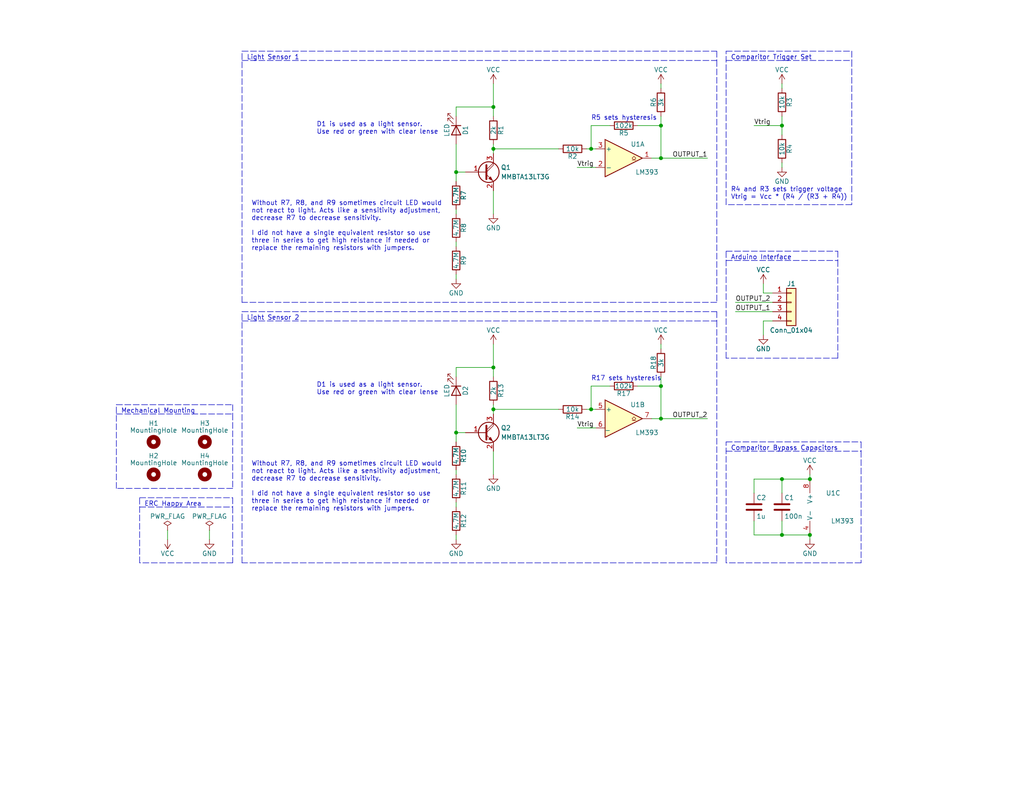
<source format=kicad_sch>
(kicad_sch (version 20211123) (generator eeschema)
  (paper "A")
  (title_block (title "Shutter Timming Sensor") (date "2022-02-28") (rev "A") (company "erry Leumas") (comment 1 "Shutter Sensor for 35mm Camera") (comment 2 "Dual horizontal sensors for shutter curtain timing") (comment 3 "Sensor to interface with Arduino or similar") (comment 4 "Vcc is expected to be 4.5V to 5.5V or Arduino supply"))
  (lib_symbols
    (symbol "Comparator:LM393" (pin_names (offset 0.127))
      (property "Reference" "U" (at 3.81 3.81 0))
      (property "Value" "LM393" (at 6.35 -3.81 0))
      (symbol "LM393_1_1"
        (polyline (pts (xy -5.08 5.08) (xy 5.08 0) (xy -5.08 -5.08) (xy -5.08 5.08)) (stroke (width 0.254)) (fill (type background)))
        (polyline (pts (xy 3.302 -0.508) (xy 2.794 -0.508) (xy 3.302 0) (xy 2.794 0.508) (xy 2.286 0) (xy 2.794 -0.508) (xy 2.286 -0.508)) (stroke (width 0.127)))
        (pin open_collector line (at 7.62 0 180) (length 2.54) (name "~") (number "1"))
        (pin input line (at -7.62 -2.54 0) (length 2.54) (name "-") (number "2"))
        (pin input line (at -7.62 2.54 0) (length 2.54) (name "+") (number "3"))
      )
      (symbol "LM393_2_1"
        (polyline (pts (xy -5.08 5.08) (xy 5.08 0) (xy -5.08 -5.08) (xy -5.08 5.08)) (stroke (width 0.254)) (fill (type background)))
        (polyline (pts (xy 3.302 -0.508) (xy 2.794 -0.508) (xy 3.302 0) (xy 2.794 0.508) (xy 2.286 0) (xy 2.794 -0.508) (xy 2.286 -0.508)) (stroke (width 0.127)))
        (pin input line (at -7.62 2.54 0) (length 2.54) (name "+") (number "5"))
        (pin input line (at -7.62 -2.54 0) (length 2.54) (name "_") (number "6"))
        (pin open_collector line (at 7.62 0 180) (length 2.54) (name "~") (number "7"))
      )
      (symbol "LM393_3_1"
        (pin power_in line (at -2.54 -7.62 90) (length 3.81) (name "V-") (number "4"))
        (pin power_in line (at -2.54 7.62 270) (length 3.81) (name "V+") (number "8"))
      )
    )
    (symbol "Connector_Generic:Conn_01x04" (pin_names (offset 1.016) hide)
      (property "Reference" "J" (at 0 5.08 0))
      (property "Value" "Conn_01x04" (at 0 -7.62 0))
      (symbol "Conn_01x04_1_1"
        (rectangle (start -1.27 -4.953) (end 0 -5.207) (stroke (width 0.1524)))
        (rectangle (start -1.27 -2.413) (end 0 -2.667) (stroke (width 0.1524)))
        (rectangle (start -1.27 0.127) (end 0 -0.127) (stroke (width 0.1524)))
        (rectangle (start -1.27 2.667) (end 0 2.413) (stroke (width 0.1524)))
        (rectangle (start -1.27 3.81) (end 1.27 -6.35) (stroke (width 0.254)) (fill (type background)))
        (pin passive line (at -5.08 2.54 0) (length 3.81) (name "Pin_1") (number "1"))
        (pin passive line (at -5.08 0 0) (length 3.81) (name "Pin_2") (number "2"))
        (pin passive line (at -5.08 -2.54 0) (length 3.81) (name "Pin_3") (number "3"))
        (pin passive line (at -5.08 -5.08 0) (length 3.81) (name "Pin_4") (number "4"))
      )
    )
    (symbol "Device:C" (pin_numbers hide) (pin_names (offset 0.254))
      (property "Reference" "C" (at 0.635 2.54 0))
      (property "Value" "C" (at 0.635 -2.54 0))
      (symbol "C_0_1"
        (polyline (pts (xy -2.032 -0.762) (xy 2.032 -0.762)) (stroke (width 0.508)))
        (polyline (pts (xy -2.032 0.762) (xy 2.032 0.762)) (stroke (width 0.508)))
      )
      (symbol "C_1_1"
        (pin passive line (at 0 3.81 270) (length 2.794) (name "~") (number "1"))
        (pin passive line (at 0 -3.81 90) (length 2.794) (name "~") (number "2"))
      )
    )
    (symbol "Device:LED" (pin_numbers hide) (pin_names (offset 1.016) hide)
      (property "Reference" "D" (at 0 2.54 0))
      (property "Value" "LED" (at 0 -2.54 0))
      (symbol "LED_0_1"
        (polyline (pts (xy -1.27 -1.27) (xy -1.27 1.27)) (stroke (width 0.254)))
        (polyline (pts (xy -1.27 0) (xy 1.27 0)))
        (polyline (pts (xy 1.27 -1.27) (xy 1.27 1.27) (xy -1.27 0) (xy 1.27 -1.27)) (stroke (width 0.254)))
        (polyline (pts (xy -3.048 -0.762) (xy -4.572 -2.286) (xy -3.81 -2.286) (xy -4.572 -2.286) (xy -4.572 -1.524)))
        (polyline (pts (xy -1.778 -0.762) (xy -3.302 -2.286) (xy -2.54 -2.286) (xy -3.302 -2.286) (xy -3.302 -1.524)))
      )
      (symbol "LED_1_1"
        (pin passive line (at -3.81 0 0) (length 2.54) (name "K") (number "1"))
        (pin passive line (at 3.81 0 180) (length 2.54) (name "A") (number "2"))
      )
    )
    (symbol "Device:Q_NPN_Darlington_BEC" (pin_names (offset 0) hide)
      (property "Reference" "Q" (at 4.572 1.27 0))
      (property "Value" "Q_NPN_Darlington_BEC" (at 4.572 -1.27 0))
      (symbol "Q_NPN_Darlington_BEC_0_1"
        (polyline (pts (xy 0.635 0.635) (xy 2.54 2.54)))
        (polyline (pts (xy 0.635 -0.635) (xy 2.54 -2.54) (xy 2.54 -2.54)))
        (polyline (pts (xy 0.635 0) (xy 2.54 1.905) (xy 2.54 2.54)))
        (polyline (pts (xy 0.635 1.905) (xy 0.635 -1.905) (xy 0.635 -1.905)) (stroke (width 0.508)))
        (polyline (pts (xy 1.27 -1.778) (xy 1.778 -1.27) (xy 2.286 -2.286) (xy 1.27 -1.778) (xy 1.27 -1.778)) (fill (type outline)))
        (circle (center 1.27 0) (radius 2.8194) (stroke (width 0.254)))
      )
      (symbol "Q_NPN_Darlington_BEC_1_1"
        (pin input line (at -5.08 0 0) (length 5.715) (name "B") (number "1"))
        (pin passive line (at 2.54 -5.08 90) (length 2.54) (name "E") (number "2"))
        (pin passive line (at 2.54 5.08 270) (length 2.54) (name "C") (number "3"))
      )
    )
    (symbol "Device:R" (pin_numbers hide) (pin_names (offset 0))
      (property "Reference" "R" (at 2.032 0 90))
      (property "Value" "R" (at 0 0 90))
      (symbol "R_0_1"
        (rectangle (start -1.016 -2.54) (end 1.016 2.54) (stroke (width 0.254)))
      )
      (symbol "R_1_1"
        (pin passive line (at 0 3.81 270) (length 1.27) (name "~") (number "1"))
        (pin passive line (at 0 -3.81 90) (length 1.27) (name "~") (number "2"))
      )
    )
    (symbol "Mechanical:MountingHole" (pin_names (offset 1.016))
      (property "Reference" "H" (at 0 5.08 0))
      (property "Value" "MountingHole" (at 0 3.175 0))
      (symbol "MountingHole_0_1"
        (circle (center 0 0) (radius 1.27) (stroke (width 1.27)))
      )
    )
    (symbol "power:GND" (power) (pin_names (offset 0))
      (property "Value" "GND" (at 0 -3.81 0))
      (symbol "GND_0_1"
        (polyline (pts (xy 0 0) (xy 0 -1.27) (xy 1.27 -1.27) (xy 0 -2.54) (xy -1.27 -1.27) (xy 0 -1.27)))
      )
      (symbol "GND_1_1"
        (pin power_in line (at 0 0 270) (length 0) hide (name "GND") (number "1"))
      )
    )
    (symbol "power:PWR_FLAG" (power) (pin_numbers hide) (pin_names (offset 0) hide)
      (property "Value" "PWR_FLAG" (at 0 3.81 0))
      (symbol "PWR_FLAG_0_0"
        (pin power_out line (at 0 0 90) (length 0) (name "pwr") (number "1"))
      )
      (symbol "PWR_FLAG_0_1"
        (polyline (pts (xy 0 0) (xy 0 1.27) (xy -1.016 1.905) (xy 0 2.54) (xy 1.016 1.905) (xy 0 1.27)))
      )
    )
    (symbol "power:VCC" (power) (pin_names (offset 0))
      (property "Value" "VCC" (at 0 3.81 0))
      (symbol "VCC_0_1"
        (polyline (pts (xy -0.762 1.27) (xy 0 2.54)))
        (polyline (pts (xy 0 0) (xy 0 2.54)))
        (polyline (pts (xy 0 2.54) (xy 0.762 1.27)))
      )
      (symbol "VCC_1_1"
        (pin power_in line (at 0 0 90) (length 0) hide (name "VCC") (number "1"))
      )
    )
  )
  (junction (at 134.62 111.76))
  (junction (at 180.34 43.18))
  (junction (at 180.34 114.3))
  (junction (at 124.46 118.11))
  (junction (at 220.98 130.81))
  (junction (at 213.36 146.05))
  (junction (at 134.62 40.64))
  (junction (at 180.34 105.41))
  (junction (at 180.34 34.29))
  (junction (at 124.46 46.99))
  (junction (at 220.98 146.05))
  (junction (at 161.29 111.76))
  (junction (at 134.62 29.21))
  (junction (at 161.29 40.64))
  (junction (at 213.36 34.29))
  (junction (at 134.62 100.33))
  (junction (at 213.36 130.81))
  (polyline (pts (xy 66.04 87.63) (xy 195.58 87.63)))
  (wire (pts (xy 134.62 39.37) (xy 134.62 40.64)))
  (wire (pts (xy 208.28 77.47) (xy 208.28 80.01)))
  (wire (pts (xy 210.82 85.09) (xy 200.66 85.09)))
  (wire (pts (xy 134.62 102.87) (xy 134.62 100.33)))
  (wire (pts (xy 161.29 40.64) (xy 161.29 34.29)))
  (wire (pts (xy 208.28 87.63) (xy 208.28 91.44)))
  (polyline (pts (xy 195.58 87.63) (xy 195.58 153.67)))
  (wire (pts (xy 124.46 29.21) (xy 124.46 31.75)))
  (polyline (pts (xy 31.75 110.49) (xy 63.5 110.49)))
  (polyline (pts (xy 228.6 97.79) (xy 198.12 97.79)))
  (wire (pts (xy 124.46 39.37) (xy 124.46 46.99)))
  (polyline (pts (xy 66.04 16.51) (xy 195.58 16.51)))
  (polyline (pts (xy 198.12 55.88) (xy 198.12 13.97)))
  (wire (pts (xy 162.56 116.84) (xy 157.48 116.84)))
  (polyline (pts (xy 198.12 13.97) (xy 232.41 13.97)))
  (wire (pts (xy 205.74 130.81) (xy 213.36 130.81)))
  (wire (pts (xy 180.34 93.98) (xy 180.34 95.25)))
  (wire (pts (xy 173.99 34.29) (xy 180.34 34.29)))
  (wire (pts (xy 124.46 129.54) (xy 124.46 128.27)))
  (wire (pts (xy 124.46 137.16) (xy 124.46 138.43)))
  (wire (pts (xy 134.62 111.76) (xy 134.62 113.03)))
  (wire (pts (xy 134.62 100.33) (xy 124.46 100.33)))
  (polyline (pts (xy 63.5 138.43) (xy 63.5 153.67)))
  (wire (pts (xy 134.62 93.98) (xy 134.62 100.33)))
  (wire (pts (xy 161.29 34.29) (xy 166.37 34.29)))
  (polyline (pts (xy 232.41 55.88) (xy 198.12 55.88)))
  (wire (pts (xy 213.36 34.29) (xy 213.36 36.83)))
  (polyline (pts (xy 66.04 13.97) (xy 195.58 13.97)))
  (polyline (pts (xy 31.75 133.35) (xy 31.75 110.49)))
  (wire (pts (xy 205.74 146.05) (xy 213.36 146.05)))
  (wire (pts (xy 180.34 34.29) (xy 180.34 31.75)))
  (wire (pts (xy 173.99 105.41) (xy 180.34 105.41)))
  (polyline (pts (xy 234.95 153.67) (xy 198.12 153.67)))
  (wire (pts (xy 124.46 100.33) (xy 124.46 102.87)))
  (wire (pts (xy 205.74 142.24) (xy 205.74 146.05)))
  (wire (pts (xy 180.34 22.86) (xy 180.34 24.13)))
  (wire (pts (xy 45.72 147.32) (xy 45.72 144.78)))
  (wire (pts (xy 213.36 31.75) (xy 213.36 34.29)))
  (wire (pts (xy 161.29 111.76) (xy 161.29 105.41)))
  (polyline (pts (xy 31.75 113.03) (xy 63.5 113.03)))
  (wire (pts (xy 210.82 87.63) (xy 208.28 87.63)))
  (polyline (pts (xy 66.04 153.67) (xy 66.04 85.09)))
  (wire (pts (xy 162.56 40.64) (xy 161.29 40.64)))
  (wire (pts (xy 177.8 43.18) (xy 180.34 43.18)))
  (polyline (pts (xy 195.58 153.67) (xy 66.04 153.67)))
  (wire (pts (xy 180.34 114.3) (xy 180.34 105.41)))
  (wire (pts (xy 134.62 22.86) (xy 134.62 29.21)))
  (polyline (pts (xy 232.41 16.51) (xy 232.41 55.88)))
  (wire (pts (xy 177.8 114.3) (xy 180.34 114.3)))
  (polyline (pts (xy 195.58 82.55) (xy 66.04 82.55)))
  (wire (pts (xy 213.36 130.81) (xy 220.98 130.81)))
  (polyline (pts (xy 198.12 68.58) (xy 228.6 68.58)))
  (polyline (pts (xy 195.58 16.51) (xy 195.58 82.55)))
  (wire (pts (xy 213.36 34.29) (xy 205.74 34.29)))
  (wire (pts (xy 134.62 110.49) (xy 134.62 111.76)))
  (polyline (pts (xy 198.12 120.65) (xy 234.95 120.65)))
  (wire (pts (xy 180.34 114.3) (xy 193.04 114.3)))
  (polyline (pts (xy 234.95 123.19) (xy 234.95 153.67)))
  (wire (pts (xy 124.46 46.99) (xy 124.46 49.53)))
  (wire (pts (xy 134.62 129.54) (xy 134.62 123.19)))
  (polyline (pts (xy 198.12 123.19) (xy 234.95 123.19)))
  (wire (pts (xy 213.36 44.45) (xy 213.36 45.72)))
  (wire (pts (xy 134.62 58.42) (xy 134.62 52.07)))
  (polyline (pts (xy 63.5 113.03) (xy 63.5 133.35)))
  (polyline (pts (xy 198.12 71.12) (xy 228.6 71.12)))
  (wire (pts (xy 220.98 129.54) (xy 220.98 130.81)))
  (polyline (pts (xy 198.12 16.51) (xy 232.41 16.51)))
  (wire (pts (xy 205.74 134.62) (xy 205.74 130.81)))
  (wire (pts (xy 180.34 43.18) (xy 193.04 43.18)))
  (polyline (pts (xy 63.5 133.35) (xy 31.75 133.35)))
  (wire (pts (xy 180.34 105.41) (xy 180.34 102.87)))
  (polyline (pts (xy 66.04 85.09) (xy 195.58 85.09)))
  (polyline (pts (xy 228.6 71.12) (xy 228.6 97.79)))
  (wire (pts (xy 162.56 111.76) (xy 161.29 111.76)))
  (wire (pts (xy 162.56 45.72) (xy 157.48 45.72)))
  (polyline (pts (xy 228.6 68.58) (xy 228.6 71.12)))
  (wire (pts (xy 213.36 134.62) (xy 213.36 130.81)))
  (wire (pts (xy 124.46 58.42) (xy 124.46 57.15)))
  (wire (pts (xy 161.29 111.76) (xy 160.02 111.76)))
  (wire (pts (xy 213.36 146.05) (xy 220.98 146.05)))
  (wire (pts (xy 208.28 80.01) (xy 210.82 80.01)))
  (wire (pts (xy 124.46 118.11) (xy 127 118.11)))
  (wire (pts (xy 134.62 40.64) (xy 152.4 40.64)))
  (wire (pts (xy 161.29 105.41) (xy 166.37 105.41)))
  (wire (pts (xy 134.62 31.75) (xy 134.62 29.21)))
  (wire (pts (xy 134.62 29.21) (xy 124.46 29.21)))
  (wire (pts (xy 180.34 43.18) (xy 180.34 34.29)))
  (wire (pts (xy 134.62 111.76) (xy 152.4 111.76)))
  (polyline (pts (xy 38.1 153.67) (xy 38.1 135.89)))
  (wire (pts (xy 220.98 147.32) (xy 220.98 146.05)))
  (polyline (pts (xy 232.41 13.97) (xy 232.41 16.51)))
  (wire (pts (xy 134.62 40.64) (xy 134.62 41.91)))
  (polyline (pts (xy 66.04 82.55) (xy 66.04 13.97)))
  (polyline (pts (xy 195.58 85.09) (xy 195.58 87.63)))
  (wire (pts (xy 213.36 142.24) (xy 213.36 146.05)))
  (polyline (pts (xy 234.95 120.65) (xy 234.95 123.19)))
  (wire (pts (xy 124.46 66.04) (xy 124.46 67.31)))
  (polyline (pts (xy 198.12 153.67) (xy 198.12 120.65)))
  (polyline (pts (xy 63.5 135.89) (xy 63.5 138.43)))
  (wire (pts (xy 124.46 46.99) (xy 127 46.99)))
  (polyline (pts (xy 198.12 97.79) (xy 198.12 68.58)))
  (wire (pts (xy 124.46 110.49) (xy 124.46 118.11)))
  (wire (pts (xy 57.15 147.32) (xy 57.15 144.78)))
  (wire (pts (xy 213.36 22.86) (xy 213.36 24.13)))
  (wire (pts (xy 161.29 40.64) (xy 160.02 40.64)))
  (polyline (pts (xy 63.5 153.67) (xy 38.1 153.67)))
  (wire (pts (xy 124.46 118.11) (xy 124.46 120.65)))
  (polyline (pts (xy 38.1 138.43) (xy 63.5 138.43)))
  (polyline (pts (xy 195.58 13.97) (xy 195.58 16.51)))
  (wire (pts (xy 124.46 74.93) (xy 124.46 76.2)))
  (wire (pts (xy 124.46 146.05) (xy 124.46 147.32)))
  (polyline (pts (xy 63.5 110.49) (xy 63.5 113.03)))
  (polyline (pts (xy 38.1 135.89) (xy 63.5 135.89)))
  (wire (pts (xy 210.82 82.55) (xy 200.66 82.55)))
  (text "Arduino Interface" (at 199.39 71.12 0) (effects (font (size 1.27 1.27)) (justify left bottom)))
  (text "Light Sensor 1" (at 67.31 16.51 0) (effects (font (size 1.27 1.27)) (justify left bottom)))
  (text "Comparitor Trigger Set" (at 199.39 16.51 0) (effects (font (size 1.27 1.27)) (justify left bottom)))
  (text "Without R7, R8, and R9 sometimes circuit LED would \nnot react to light. Acts like a sensitivity adjustment,\ndecrease R7 to decrease sensitivity.\n\nI did not have a single equivalent resistor so use\nthree in series to get high reistance if needed or \nreplace the remaining resistors with jumpers." (at 68.58 68.58 0) (effects (font (size 1.27 1.27)) (justify left bottom)))
  (text "R4 and R3 sets trigger voltage\nVtrig = Vcc * (R4 / (R3 + R4))" (at 199.39 54.61 0) (effects (font (size 1.27 1.27)) (justify left bottom)))
  (text "Light Sensor 2" (at 67.31 87.63 0) (effects (font (size 1.27 1.27)) (justify left bottom)))
  (text "D1 is used as a light sensor.\nUse red or green with clear lense" (at 86.36 107.95 0) (effects (font (size 1.27 1.27)) (justify left bottom)))
  (text "D1 is used as a light sensor.\nUse red or green with clear lense" (at 86.36 36.83 0) (effects (font (size 1.27 1.27)) (justify left bottom)))
  (text "R17 sets hysteresis\n" (at 161.29 104.14 0) (effects (font (size 1.27 1.27)) (justify left bottom)))
  (text "Comparitor Bypass Capacitors" (at 199.39 123.19 0) (effects (font (size 1.27 1.27)) (justify left bottom)))
  (text "R5 sets hysteresis\n" (at 161.29 33.02 0) (effects (font (size 1.27 1.27)) (justify left bottom)))
  (text "Without R7, R8, and R9 sometimes circuit LED would \nnot react to light. Acts like a sensitivity adjustment,\ndecrease R7 to decrease sensitivity.\n\nI did not have a single equivalent resistor so use\nthree in series to get high reistance if needed or \nreplace the remaining resistors with jumpers." (at 68.58 139.7 0) (effects (font (size 1.27 1.27)) (justify left bottom)))
  (text "Mechanical Mounting" (at 33.02 113.03 0) (effects (font (size 1.27 1.27)) (justify left bottom)))
  (text "ERC Happy Area" (at 39.37 138.43 0) (effects (font (size 1.27 1.27)) (justify left bottom)))
  (label "OUTPUT_1" (at 200.66 85.09 0))
  (label "Vtrig" (at 157.48 45.72 0))
  (label "OUTPUT_2" (at 200.66 82.55 0))
  (label "OUTPUT_1" (at 193.04 43.18 180))
  (label "OUTPUT_2" (at 193.04 114.3 180))
  (label "Vtrig" (at 205.74 34.29 0))
  (label "Vtrig" (at 157.48 116.84 0))
  (symbol (lib_id "Device:LED") (at 124.46 35.56 270) (unit 1)
    (property "Reference" "D1" (at 127 35.56 0))
    (property "Value" "LED" (at 121.92 35.56 0))
    (property "Footprint" "LED_SMD:LED_0805_2012Metric_Pad1.15x1.40mm_HandSolder" (effects hide))
  )
  (symbol (lib_id "Device:R") (at 134.62 35.56 0) (unit 1)
    (property "Reference" "R1" (at 136.652 35.56 90))
    (property "Value" "2k" (at 134.62 35.56 90))
    (property "Footprint" "Resistor_SMD:R_0805_2012Metric_Pad1.20x1.40mm_HandSolder" (effects hide))
  )
  (symbol (lib_id "power:VCC") (at 134.62 22.86 0) (unit 1)
    (property "Reference" "#PWR03" (effects hide))
    (property "Value" "VCC" (at 134.62 19.05 0))
  )
  (symbol (lib_id "power:GND") (at 134.62 58.42 0) (unit 1)
    (property "Reference" "#PWR04" (effects hide))
    (property "Value" "GND" (at 134.62 62.23 0))
  )
  (symbol (lib_id "power:GND") (at 213.36 45.72 0) (unit 1)
    (property "Reference" "#PWR07" (effects hide))
    (property "Value" "GND" (at 213.36 49.53 0))
  )
  (symbol (lib_id "Device:Q_NPN_Darlington_BEC") (at 132.08 46.99 0) (unit 1)
    (property "Reference" "Q1" (at 136.652 45.72 0) (effects (justify left)))
    (property "Value" "MMBTA13LT3G" (at 136.652 48.26 0) (effects (justify left)))
    (property "Footprint" "Package_TO_SOT_SMD:SOT-23" (effects hide))
  )
  (symbol (lib_id "power:VCC") (at 45.72 147.32 180) (unit 1)
    (property "Reference" "#PWR0101" (effects hide))
    (property "Value" "VCC" (at 45.72 151.13 0))
  )
  (symbol (lib_id "power:GND") (at 57.15 147.32 0) (unit 1)
    (property "Reference" "#PWR0102" (effects hide))
    (property "Value" "GND" (at 57.15 151.13 0))
  )
  (symbol (lib_id "power:PWR_FLAG") (at 45.72 144.78 0) (unit 1)
    (property "Reference" "#FLG0101" (effects hide))
    (property "Value" "PWR_FLAG" (at 45.72 140.97 0))
  )
  (symbol (lib_id "power:PWR_FLAG") (at 57.15 144.78 0) (unit 1)
    (property "Reference" "#FLG0102" (effects hide))
    (property "Value" "PWR_FLAG" (at 57.15 140.97 0))
  )
  (symbol (lib_id "Mechanical:MountingHole") (at 41.91 120.65 0) (unit 1)
    (property "Reference" "H1" (at 41.91 115.57 0))
    (property "Value" "MountingHole" (at 41.91 117.475 0))
    (property "Footprint" "MountingHole:MountingHole_3.2mm_M3" (effects hide))
  )
  (symbol (lib_id "Mechanical:MountingHole") (at 55.88 120.65 0) (unit 1)
    (property "Reference" "H3" (at 55.88 115.57 0))
    (property "Value" "MountingHole" (at 55.88 117.475 0))
    (property "Footprint" "MountingHole:MountingHole_3.2mm_M3" (effects hide))
  )
  (symbol (lib_id "Mechanical:MountingHole") (at 41.91 129.54 0) (unit 1)
    (property "Reference" "H2" (at 41.91 124.46 0))
    (property "Value" "MountingHole" (at 41.91 126.365 0))
    (property "Footprint" "MountingHole:MountingHole_3.2mm_M3" (effects hide))
  )
  (symbol (lib_id "Mechanical:MountingHole") (at 55.88 129.54 0) (unit 1)
    (property "Reference" "H4" (at 55.88 124.46 0))
    (property "Value" "MountingHole" (at 55.88 126.365 0))
    (property "Footprint" "MountingHole:MountingHole_3.2mm_M3" (effects hide))
  )
  (symbol (lib_id "Comparator:LM393") (at 170.18 43.18 0) (unit 1)
    (property "Reference" "U1" (at 173.99 39.37 0))
    (property "Value" "LM393" (at 176.53 46.99 0))
    (property "Footprint" "Package_SO:SOP-8_3.9x4.9mm_P1.27mm" (effects hide))
    (property "Datasheet" "http://www.ti.com/lit/ds/symlink/lm393.pdf" (effects hide))
  )
  (symbol (lib_id "Comparator:LM393") (at 170.18 114.3 0) (unit 2)
    (property "Reference" "U1" (at 173.99 110.49 0))
    (property "Value" "LM393" (at 176.53 118.11 0))
    (property "Footprint" "Package_SO:SOP-8_3.9x4.9mm_P1.27mm" (effects hide))
    (property "Datasheet" "http://www.ti.com/lit/ds/symlink/lm393.pdf" (effects hide))
  )
  (symbol (lib_id "Comparator:LM393") (at 223.52 138.43 0) (unit 3)
    (property "Reference" "U1" (at 227.33 134.62 0))
    (property "Value" "LM393" (at 229.87 142.24 0))
    (property "Footprint" "Package_SO:SOP-8_3.9x4.9mm_P1.27mm" (effects hide))
    (property "Datasheet" "http://www.ti.com/lit/ds/symlink/lm393.pdf" (effects hide))
  )
  (symbol (lib_id "Device:R") (at 170.18 34.29 270) (unit 1)
    (property "Reference" "R5" (at 170.18 36.322 90))
    (property "Value" "102k" (at 170.18 34.29 90))
    (property "Footprint" "Resistor_SMD:R_0603_1608Metric_Pad0.98x0.95mm_HandSolder" (effects hide))
  )
  (symbol (lib_id "Device:R") (at 156.21 40.64 270) (unit 1)
    (property "Reference" "R2" (at 156.21 42.672 90))
    (property "Value" "10k" (at 156.21 40.64 90))
    (property "Footprint" "Resistor_SMD:R_0603_1608Metric_Pad0.98x0.95mm_HandSolder" (effects hide))
  )
  (symbol (lib_id "Device:R") (at 180.34 27.94 180) (unit 1)
    (property "Reference" "R6" (at 178.308 27.94 90))
    (property "Value" "3k" (at 180.34 27.94 90))
    (property "Footprint" "Resistor_SMD:R_0805_2012Metric_Pad1.20x1.40mm_HandSolder" (effects hide))
  )
  (symbol (lib_id "power:VCC") (at 180.34 22.86 0) (unit 1)
    (property "Reference" "#PWR0104" (effects hide))
    (property "Value" "VCC" (at 180.34 19.05 0))
  )
  (symbol (lib_id "Device:R") (at 124.46 53.34 0) (unit 1)
    (property "Reference" "R7" (at 126.492 53.34 90))
    (property "Value" "4.7M" (at 124.46 53.34 90))
    (property "Footprint" "Resistor_SMD:R_0603_1608Metric_Pad0.98x0.95mm_HandSolder" (effects hide))
  )
  (symbol (lib_id "Device:R") (at 213.36 40.64 0) (unit 1)
    (property "Reference" "R4" (at 215.392 40.64 90))
    (property "Value" "10k" (at 213.36 40.64 90))
    (property "Footprint" "Resistor_SMD:R_0603_1608Metric_Pad0.98x0.95mm_HandSolder" (effects hide))
  )
  (symbol (lib_id "Device:R") (at 213.36 27.94 0) (unit 1)
    (property "Reference" "R3" (at 215.392 27.94 90))
    (property "Value" "10k" (at 213.36 27.94 90))
    (property "Footprint" "Resistor_SMD:R_0603_1608Metric_Pad0.98x0.95mm_HandSolder" (effects hide))
  )
  (symbol (lib_id "power:VCC") (at 213.36 22.86 0) (unit 1)
    (property "Reference" "#PWR0105" (effects hide))
    (property "Value" "VCC" (at 213.36 19.05 0))
  )
  (symbol (lib_id "power:GND") (at 124.46 76.2 0) (unit 1)
    (property "Reference" "#PWR0103" (effects hide))
    (property "Value" "GND" (at 124.46 80.01 0))
  )
  (symbol (lib_id "power:VCC") (at 220.98 129.54 0) (unit 1)
    (property "Reference" "#PWR0106" (effects hide))
    (property "Value" "VCC" (at 220.98 125.73 0))
  )
  (symbol (lib_id "power:GND") (at 220.98 147.32 0) (unit 1)
    (property "Reference" "#PWR0107" (effects hide))
    (property "Value" "GND" (at 220.98 151.13 0))
  )
  (symbol (lib_id "Device:C") (at 213.36 138.43 0) (unit 1)
    (property "Reference" "C1" (at 213.995 135.89 0) (effects (justify left)))
    (property "Value" "100n" (at 213.995 140.97 0) (effects (justify left)))
    (property "Footprint" "Capacitor_SMD:C_0805_2012Metric_Pad1.18x1.45mm_HandSolder" (effects hide))
  )
  (symbol (lib_id "Connector_Generic:Conn_01x04") (at 215.9 82.55 0) (unit 1)
    (property "Reference" "J1" (at 215.9 77.47 0))
    (property "Value" "Conn_01x04" (at 215.9 90.17 0))
    (property "Footprint" "Connector_PinHeader_2.54mm:PinHeader_1x04_P2.54mm_Vertical" (effects hide))
  )
  (symbol (lib_id "power:VCC") (at 208.28 77.47 0) (unit 1)
    (property "Reference" "#PWR02" (effects hide))
    (property "Value" "VCC" (at 208.28 73.66 0))
  )
  (symbol (lib_id "power:GND") (at 208.28 91.44 0) (unit 1)
    (property "Reference" "#PWR05" (effects hide))
    (property "Value" "GND" (at 208.28 95.25 0))
  )
  (symbol (lib_id "Device:C") (at 205.74 138.43 0) (unit 1)
    (property "Reference" "C2" (at 206.375 135.89 0) (effects (justify left)))
    (property "Value" "1u" (at 206.375 140.97 0) (effects (justify left)))
    (property "Footprint" "Capacitor_SMD:C_0805_2012Metric_Pad1.18x1.45mm_HandSolder" (effects hide))
  )
  (symbol (lib_id "Device:R") (at 124.46 71.12 0) (unit 1)
    (property "Reference" "R9" (at 126.492 71.12 90))
    (property "Value" "4.7M" (at 124.46 71.12 90))
    (property "Footprint" "Resistor_SMD:R_0603_1608Metric_Pad0.98x0.95mm_HandSolder" (effects hide))
  )
  (symbol (lib_id "Device:R") (at 124.46 62.23 0) (unit 1)
    (property "Reference" "R8" (at 126.492 62.23 90))
    (property "Value" "4.7M" (at 124.46 62.23 90))
    (property "Footprint" "Resistor_SMD:R_0603_1608Metric_Pad0.98x0.95mm_HandSolder" (effects hide))
  )
  (symbol (lib_id "power:VCC") (at 180.34 93.98 0) (unit 1)
    (property "Reference" "#PWR011" (effects hide))
    (property "Value" "VCC" (at 180.34 90.17 0))
  )
  (symbol (lib_id "power:VCC") (at 134.62 93.98 0) (unit 1)
    (property "Reference" "#PWR06" (effects hide))
    (property "Value" "VCC" (at 134.62 90.17 0))
  )
  (symbol (lib_id "power:GND") (at 124.46 147.32 0) (unit 1)
    (property "Reference" "#PWR01" (effects hide))
    (property "Value" "GND" (at 124.46 151.13 0))
  )
  (symbol (lib_id "Device:R") (at 180.34 99.06 180) (unit 1)
    (property "Reference" "R18" (at 178.308 99.06 90))
    (property "Value" "3k" (at 180.34 99.06 90))
    (property "Footprint" "Resistor_SMD:R_0805_2012Metric_Pad1.20x1.40mm_HandSolder" (effects hide))
  )
  (symbol (lib_id "power:GND") (at 134.62 129.54 0) (unit 1)
    (property "Reference" "#PWR08" (effects hide))
    (property "Value" "GND" (at 134.62 133.35 0))
  )
  (symbol (lib_id "Device:R") (at 170.18 105.41 270) (unit 1)
    (property "Reference" "R17" (at 170.18 107.442 90))
    (property "Value" "102k" (at 170.18 105.41 90))
    (property "Footprint" "Resistor_SMD:R_0603_1608Metric_Pad0.98x0.95mm_HandSolder" (effects hide))
  )
  (symbol (lib_id "Device:R") (at 124.46 142.24 0) (unit 1)
    (property "Reference" "R12" (at 126.492 142.24 90))
    (property "Value" "4.7M" (at 124.46 142.24 90))
    (property "Footprint" "Resistor_SMD:R_0603_1608Metric_Pad0.98x0.95mm_HandSolder" (effects hide))
  )
  (symbol (lib_id "Device:LED") (at 124.46 106.68 270) (unit 1)
    (property "Reference" "D2" (at 127 106.68 0))
    (property "Value" "LED" (at 121.92 106.68 0))
    (property "Footprint" "LED_SMD:LED_0805_2012Metric_Pad1.15x1.40mm_HandSolder" (effects hide))
  )
  (symbol (lib_id "Device:R") (at 124.46 133.35 0) (unit 1)
    (property "Reference" "R11" (at 126.492 133.35 90))
    (property "Value" "4.7M" (at 124.46 133.35 90))
    (property "Footprint" "Resistor_SMD:R_0603_1608Metric_Pad0.98x0.95mm_HandSolder" (effects hide))
  )
  (symbol (lib_id "Device:R") (at 156.21 111.76 270) (unit 1)
    (property "Reference" "R14" (at 156.21 113.792 90))
    (property "Value" "10k" (at 156.21 111.76 90))
    (property "Footprint" "Resistor_SMD:R_0603_1608Metric_Pad0.98x0.95mm_HandSolder" (effects hide))
  )
  (symbol (lib_id "Device:R") (at 124.46 124.46 0) (unit 1)
    (property "Reference" "R10" (at 126.492 124.46 90))
    (property "Value" "4.7M" (at 124.46 124.46 90))
    (property "Footprint" "Resistor_SMD:R_0603_1608Metric_Pad0.98x0.95mm_HandSolder" (effects hide))
  )
  (symbol (lib_id "Device:Q_NPN_Darlington_BEC") (at 132.08 118.11 0) (unit 1)
    (property "Reference" "Q2" (at 136.652 116.84 0) (effects (justify left)))
    (property "Value" "MMBTA13LT3G" (at 136.652 119.38 0) (effects (justify left)))
    (property "Footprint" "Package_TO_SOT_SMD:SOT-23" (effects hide))
  )
  (symbol (lib_id "Device:R") (at 134.62 106.68 0) (unit 1)
    (property "Reference" "R13" (at 136.652 106.68 90))
    (property "Value" "2k" (at 134.62 106.68 90))
    (property "Footprint" "Resistor_SMD:R_0805_2012Metric_Pad1.20x1.40mm_HandSolder" (effects hide))
  )
)
</source>
